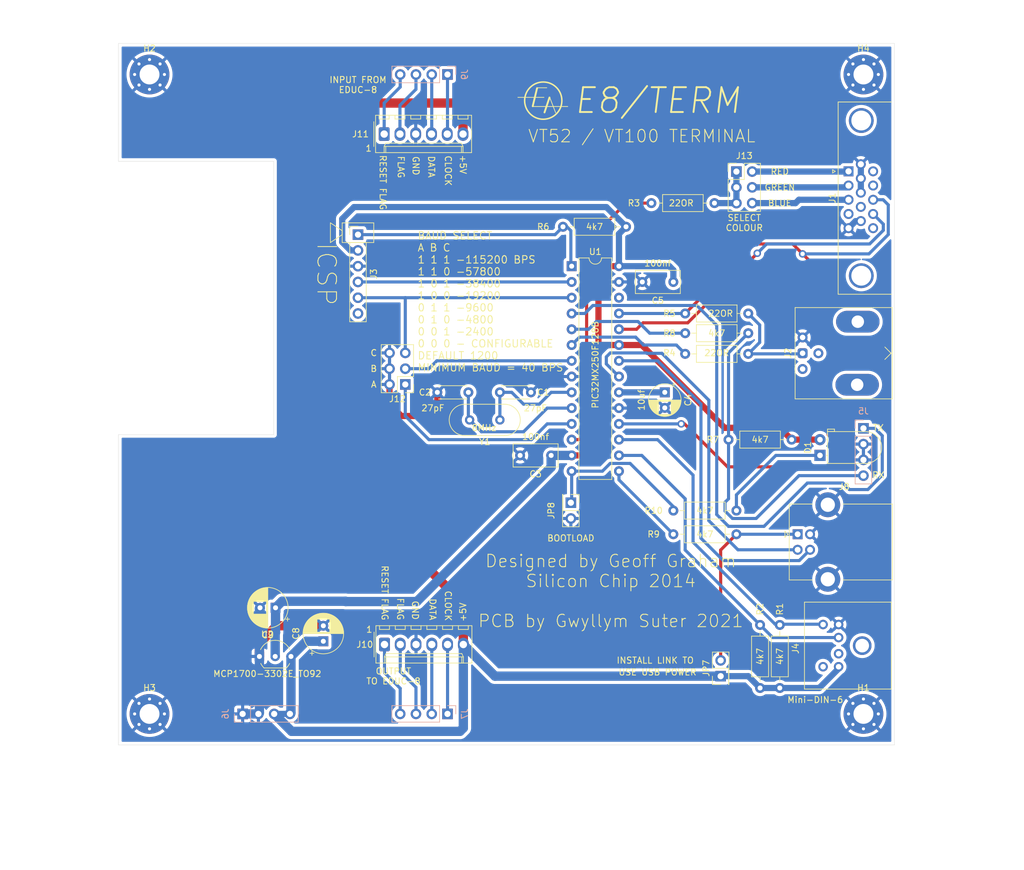
<source format=kicad_pcb>
(kicad_pcb (version 20211014) (generator pcbnew)
  (layers (0 "F.Cu" signal) (31 "B.Cu" signal) (34 "B.Paste" user) (35 "F.Paste" user) (36 "B.SilkS" user "B.Silkscreen") (37 "F.SilkS" user "F.Silkscreen") (38 "B.Mask" user) (39 "F.Mask" user) (44 "Edge.Cuts" user))
  (net 0 "")
  (net 1 "V_SYNC")
  (net 2 "H_SYNC")
  (net 7 "B")
  (net 9 "Net-(D1-Pad1)")
  (net 11 "+5V")
  (net 12 "GND")
  (net 14 "/BLUE")
  (net 15 "/GREEN")
  (net 16 "/RED")
  (net 17 "Net-(J2-Pad1)")
  (net 18 "VIDEO")
  (net 19 "C_VIDEO")
  (net 21 "C")
  (net 22 "PGD")
  (net 23 "+3V3")
  (net 24 "~{MCLR}")
  (net 25 "A")
  (net 26 "Net-(C1-Pad1)")
  (net 27 "Net-(C2-Pad1)")
  (net 28 "Net-(J5-Pad4)")
  (net 29 "RX")
  (net 30 "TX")
  (net 31 "Net-(C4-Pad1)")
  (net 32 "CLOCK")
  (net 33 "DATA")
  (net 34 "D+")
  (net 35 "D-")
  (net 36 "Net-(J8-Pad1)")
  (net 37 "Net-(JP8-Pad1)")
  (net 38 "VBUS")
  (net 39 "rst")
  (net 40 "flag")
  (net 41 "data")
  (net 42 "clock")
  (net 43 "I_rst")
  (net 44 "I_flag")
  (net 45 "I_data")
  (net 46 "I_clock")
  (net 48 "Net-(J13-Pad1)")
  (footprint "Connector_Dsub:DSUB-15-HD_Female_Horizontal_P2.29x1.98mm_EdgePinOffset3.03mm_Housed_MountingHolesOffset4.94mm" (layer "F.Cu") (at 147.6 40.6 90)
    (fp_text reference "J1")
    (fp_text value "DB15_Female_HighDensity")
  )
  (footprint "Altronics:6_pin_mini_din" (layer "F.Cu") (at 146 117 -90)
    (fp_text reference "J4")
    (fp_text value "Mini-DIN-6")
  )
  (footprint "Connector_Coaxial:BNC_Amphenol_031-6575_Horizontal" (layer "F.Cu") (at 140.2 69.9 -90)
    (fp_text reference "J2")
    (fp_text value "COMPOSITE OUT")
  )
  (footprint "Resistor_THT:R_Axial_DIN0207_L6.3mm_D2.5mm_P10.16mm_Horizontal" (layer "F.Cu") (at 136.525 113.665 -90)
    (fp_text reference "R1")
    (fp_text value "4k7")
  )
  (footprint "Resistor_THT:R_Axial_DIN0207_L6.3mm_D2.5mm_P10.16mm_Horizontal" (layer "F.Cu") (at 126 45.72 180)
    (fp_text reference "R3")
    (fp_text value "22OR")
  )
  (footprint "Resistor_THT:R_Axial_DIN0207_L6.3mm_D2.5mm_P10.16mm_Horizontal" (layer "F.Cu") (at 131.445 70 180)
    (fp_text reference "R4")
    (fp_text value "22OR")
  )
  (footprint "Resistor_THT:R_Axial_DIN0207_L6.3mm_D2.5mm_P10.16mm_Horizontal" (layer "F.Cu") (at 131.445 63.5 180)
    (fp_text reference "R5")
    (fp_text value "22OR")
  )
  (footprint "Package_DIP:DIP-28_W7.62mm" (layer "F.Cu") (at 103 55.88)
    (fp_text reference "U1")
    (fp_text value "PIC32MX250F128B")
  )
  (footprint "Connector_PinHeader_2.54mm:PinHeader_1x06_P2.54mm_Vertical" (layer "F.Cu") (at 68.58 50.8)
    (fp_text reference "J3")
    (fp_text value "ICSP")
  )
  (footprint "Resistor_THT:R_Axial_DIN0207_L6.3mm_D2.5mm_P10.16mm_Horizontal" (layer "F.Cu") (at 101.6 49.53)
    (fp_text reference "R6")
    (fp_text value "4k7")
  )
  (footprint "Capacitor_THT:C_Disc_D4.3mm_W1.9mm_P5.00mm" (layer "F.Cu") (at 91.44 76.2)
    (fp_text reference "C1")
    (fp_text value "27pF")
  )
  (footprint "Capacitor_THT:C_Disc_D4.3mm_W1.9mm_P5.00mm" (layer "F.Cu") (at 86.36 76.2 180)
    (fp_text reference "C2")
    (fp_text value "27pF")
  )
  (footprint "Resistor_THT:R_Axial_DIN0207_L6.3mm_D2.5mm_P10.16mm_Horizontal" (layer "F.Cu") (at 133.35 113.665 -90)
    (fp_text reference "R2")
    (fp_text value "4k7")
  )
  (footprint "Resistor_THT:R_Axial_DIN0207_L6.3mm_D2.5mm_P10.16mm_Horizontal" (layer "F.Cu") (at 128.27 83.82)
    (fp_text reference "R7")
    (fp_text value "4k7")
  )
  (footprint "Resistor_THT:R_Axial_DIN0207_L6.3mm_D2.5mm_P10.16mm_Horizontal" (layer "F.Cu") (at 121.285 66.675)
    (fp_text reference "R8")
    (fp_text value "4k7")
  )
  (footprint "Crystal:Crystal_HC49-4H_Vertical" (layer "F.Cu") (at 91.44 80.645 180)
    (fp_text reference "Y1")
    (fp_text value "8MHz")
  )
  (footprint "MountingHole:MountingHole_3.2mm_M3_Pad_Via" (layer "F.Cu") (at 150 128)
    (fp_text reference "H1")
    (fp_text value "M3")
  )
  (footprint "MountingHole:MountingHole_3.2mm_M3_Pad_Via" (layer "F.Cu") (at 35 25)
    (fp_text reference "H2")
    (fp_text value "M3")
  )
  (footprint "MountingHole:MountingHole_3.2mm_M3_Pad_Via" (layer "F.Cu") (at 150 25)
    (fp_text reference "H4")
    (fp_text value "M3")
  )
  (footprint "Capacitor_THT:C_Rect_L7.0mm_W3.5mm_P5.00mm" (layer "F.Cu") (at 99.695 86.36 180)
    (fp_text reference "C3")
    (fp_text value "100nf")
  )
  (footprint "Capacitor_THT:CP_Radial_D5.0mm_P2.50mm" (layer "F.Cu") (at 118 76.2 -90)
    (fp_text reference "C4")
    (fp_text value "10uf")
  )
  (footprint "Capacitor_THT:C_Rect_L7.0mm_W3.5mm_P5.00mm" (layer "F.Cu") (at 119.38 58.42 180)
    (fp_text reference "C5")
    (fp_text value "100nf")
  )
  (footprint "LED_THT:LED_D5.0mm_Horizontal_O1.27mm_Z3.0mm" (layer "F.Cu") (at 143 86.36 90)
    (fp_text reference "D1")
    (fp_text value "LED")
  )
  (footprint "Connector_USB:USB_B_Lumberg_2411_02_Horizontal" (layer "F.Cu") (at 139.4 99.06)
    (fp_text reference "J8")
    (fp_text value "USB_B")
  )
  (footprint "Connector_PinHeader_2.54mm:PinHeader_2x01_P2.54mm_Vertical" (layer "F.Cu") (at 127 121.92 90)
    (fp_text reference "JP7")
    (fp_text value "USE USB POWER")
  )
  (footprint "Connector_PinHeader_2.54mm:PinHeader_2x01_P2.54mm_Vertical" (layer "F.Cu") (at 102.87 93.98 -90)
    (fp_text reference "JP8")
    (fp_text value "BOOTLOAD")
  )
  (footprint "Resistor_THT:R_Axial_DIN0207_L6.3mm_D2.5mm_P10.16mm_Horizontal" (layer "F.Cu") (at 119.38 99.06)
    (fp_text reference "R9")
    (fp_text value "4k7")
  )
  (footprint "Resistor_THT:R_Axial_DIN0207_L6.3mm_D2.5mm_P10.16mm_Horizontal" (layer "F.Cu") (at 119.38 95.25)
    (fp_text reference "R10")
    (fp_text value "4k7")
  )
  (footprint "Package_TO_SOT_THT:TO-92_Inline_Wide" (layer "F.Cu") (at 52.705 118.745)
    (fp_text reference "U2")
    (fp_text value "MCP1700-3302E_TO92")
  )
  (footprint "Connector_Molex:Molex_KK-254_AE-6410-06A_1x06_P2.54mm_Vertical" (layer "F.Cu") (at 72.85 116.82)
    (fp_text reference "J10")
    (fp_text value "Conn_01x06_Male")
  )
  (footprint "Connector_Molex:Molex_KK-254_AE-6410-06A_1x06_P2.54mm_Vertical" (layer "F.Cu") (at 72.8 34.6)
    (fp_text reference "J11")
    (fp_text value "Conn_01x06_Male")
  )
  (footprint "EDUC-8:EA_Symbol" (layer "F.Cu") (at 98.425 29.21)
    (fp_text reference "REF**" hide)
    (fp_text value "EA_Symbol" hide)
  )
  (footprint "Capacitor_THT:CP_Radial_D6.3mm_P2.50mm" (layer "F.Cu") (at 63 116.3 90)
    (fp_text reference "C8")
    (fp_text value "10uF")
  )
  (footprint "Capacitor_THT:CP_Radial_D6.3mm_P2.50mm" (layer "F.Cu") (at 55.3 110.9 180)
    (fp_text reference "C9")
    (fp_text value "10uF")
  )
  (footprint "MountingHole:MountingHole_3.2mm_M3_Pad_Via" (layer "F.Cu") (at 35 128)
    (fp_text reference "H3")
    (fp_text value "M3")
  )
  (footprint "Connector_PinHeader_2.54mm:PinHeader_2x03_P2.54mm_Vertical" (layer "F.Cu") (at 76.2 74.93 180)
    (fp_text reference "J12")
    (fp_text value "Conn_02x03_Odd_Even" hide)
  )
  (footprint "Connector_PinHeader_2.54mm:PinHeader_2x03_P2.54mm_Vertical" (layer "F.Cu") (at 129.54 40.64)
    (fp_text reference "J13")
    (fp_text value "Conn_02x03_Odd_Even")
  )
  (footprint "Connector_PinSocket_2.54mm:PinSocket_1x04_P2.54mm_Vertical" (layer "B.Cu") (at 150 82 180)
    (fp_text reference "J5")
    (fp_text value "Conn_01x04_Female")
  )
  (footprint "Connector_PinSocket_2.54mm:PinSocket_1x04_P2.54mm_Vertical" (layer "B.Cu") (at 50 128 -90)
    (fp_text reference "J6")
    (fp_text value "Conn_01x04_Female")
  )
  (footprint "Connector_PinSocket_2.54mm:PinSocket_1x04_P2.54mm_Vertical" (layer "B.Cu") (at 83 128 90)
    (fp_text reference "J7")
    (fp_text value "Conn_01x04_Female")
  )
  (footprint "Connector_PinSocket_2.54mm:PinSocket_1x04_P2.54mm_Vertical" (layer "B.Cu") (at 83 25 90)
    (fp_text reference "J9")
    (fp_text value "Conn_01x04_Female" hide)
  )
  (gr_line (start 66.04 52.07) (end 66.04 48.895) (layer "F.SilkS") (width 0.12))
  (gr_line (start 66.04 50.8) (end 66.04 50.165) (layer "F.SilkS") (width 0.12))
  (gr_line (start 64.135 52.07) (end 66.04 50.8) (layer "F.SilkS") (width 0.12))
  (gr_line (start 66.04 50.165) (end 64.135 48.895) (layer "F.SilkS") (width 0.12))
  (gr_line (start 66.04 48.895) (end 71.12 48.895) (layer "F.SilkS") (width 0.12))
  (gr_line (start 71.12 52.07) (end 66.04 52.07) (layer "F.SilkS") (width 0.12))
  (gr_line (start 71.12 48.895) (end 71.12 52.07) (layer "F.SilkS") (width 0.12))
  (gr_line (start 64.135 48.895) (end 64.135 52.07) (layer "F.SilkS") (width 0.12))
  (gr_line (start 30 33) (end 30 20) (layer "Edge.Cuts") (width 0.05))
  (gr_line (start 55 39) (end 55 83) (layer "Edge.Cuts") (width 0.05))
  (gr_line (start 30 83) (end 55 83) (layer "Edge.Cuts") (width 0.05))
  (gr_line (start 155 133) (end 30 133) (layer "Edge.Cuts") (width 0.05))
  (gr_line (start 155 20) (end 155 133) (layer "Edge.Cuts") (width 0.05))
  (gr_line (start 30 133) (end 30 83) (layer "Edge.Cuts") (width 0.05))
  (gr_line (start 30 33) (end 30 39) (layer "Edge.Cuts") (width 0.05))
  (gr_line (start 30 20) (end 155 20) (layer "Edge.Cuts") (width 0.05))
  (gr_line (start 30 39) (end 55 39) (layer "Edge.Cuts") (width 0.05))
  (gr_text "Designed by Geoff Graham\nSilicon Chip 2014\n\nPCB by Gwyllym Suter 2021" (at 109.3 108.2) (layer "F.SilkS") (effects (font (size 2 2))))
  (gr_text "FLAG" (at 75.5 39.9 270) (layer "F.SilkS") (effects (font (size 1 1))))
  (gr_text "CLOCK\n" (at 83.1 110.6 270) (layer "F.SilkS") (effects (font (size 1 1))))
  (gr_text "TX" (at 152.4 81.915) (layer "F.SilkS") (effects (font (size 1 1))))
  (gr_text "GND" (at 77.8 111.3 270) (layer "F.SilkS") (effects (font (size 1 1))))
  (gr_text "DATA\n" (at 80.6 113 -90) (layer "F.SilkS") (effects (font (size 1 1)) (justify right)))
  (gr_text "RED" (at 136.525 40.64) (layer "F.SilkS") (effects (font (size 1 1))))
  (gr_text "A" (at 71.12 74.93) (layer "F.SilkS") (effects (font (size 1 1))))
  (gr_text "B" (at 71.12 72.39) (layer "F.SilkS") (effects (font (size 1 1))))
  (gr_text "RESET FLAG\n" (at 72.6 42.4 270) (layer "F.SilkS") (effects (font (size 1 1))))
  (gr_text "BLUE" (at 136.525 45.72) (layer "F.SilkS") (effects (font (size 1 1))))
  (gr_text "1" (at 70.3 36.9) (layer "F.SilkS") (effects (font (size 1 1))))
  (gr_text "VT52 / VT100 TERMINAL" (at 114.3 34.925) (layer "F.SilkS") (effects (font (size 2 2))))
  (gr_text "INPUT FROM\nEDUC-8" (at 68.58 26.67) (layer "F.SilkS") (effects (font (size 1 1))))
  (gr_text "+5V" (at 85.5 39.5 270) (layer "F.SilkS") (effects (font (size 1 1))))
  (gr_text "E8/TERM" (at 116.84 29.21) (layer "F.SilkS") (effects (font (size 4 4) (thickness 0.3) italic)))
  (gr_text "ICSP" (at 63.5 57.15 -90) (layer "F.SilkS") (effects (font (size 3 3))))
  (gr_text "GND" (at 77.9 39.7 270) (layer "F.SilkS") (effects (font (size 1 1))))
  (gr_text "GREEN" (at 136.525 43.18) (layer "F.SilkS") (effects (font (size 1 1))))
  (gr_text "DATA\n" (at 80.4 41.7 -90) (layer "F.SilkS") (effects (font (size 1 1)) (justify right)))
  (gr_text "RX" (at 152.4 89.535) (layer "F.SilkS") (effects (font (size 1 1))))
  (gr_text "SELECT\nCOLOUR" (at 130.81 48.895) (layer "F.SilkS") (effects (font (size 1 1))))
  (gr_text "1" (at 70.4 114.4) (layer "F.SilkS") (effects (font (size 1 1))))
  (gr_text "INSTALL LINK TO " (at 116.84 119.38) (layer "F.SilkS") (effects (font (size 1 1))))
  (gr_text "CLOCK\n" (at 83.1 40.5 270) (layer "F.SilkS") (effects (font (size 1 1))))
  (gr_text "RESET FLAG\n" (at 72.9 108.5 270) (layer "F.SilkS") (effects (font (size 1 1))))
  (gr_text "C" (at 71.12 69.85) (layer "F.SilkS") (effects (font (size 1 1))))
  (gr_text "FLAG" (at 75.4 111.1 270) (layer "F.SilkS") (effects (font (size 1 1))))
  (gr_text "BAUD SELECT\nA B C\n1 1 1 -115200 BPS\n1 1 0 -57800\n1 0 1 -38400\n1 0 0 -19200\n0 1 1 -9600\n0 1 0 -4800\n0 0 1 -2400\n0 0 0 - CONFIGURABLE\nDEFAULT 1200\nMINIMUM BAUD = 40 BPS\n" (at 78.105 61.595) (layer "F.SilkS") (effects (font (size 1.2 1.2)) (justify left)))
  (gr_text "OUTPUT\nTO EDUC-8" (at 74.295 121.92) (layer "F.SilkS") (effects (font (size 1 1))))
  (gr_text "+5V" (at 85.5 111.6 90) (layer "F.SilkS") (effects (font (size 1 1))))
  (segment (start 121.7 65) (end 132.9 53.8) (width 0.5) (layer "F.Cu") (net 1))
  (segment (start 114.5 65) (end 121.7 65) (width 0.5) (layer "F.Cu") (net 1))
  (segment (start 113.46 66.04) (end 114.5 65) (width 0.5) (layer "F.Cu") (net 1))
  (segment (start 110.62 66.04) (end 113.46 66.04) (width 0.5) (layer "F.Cu") (net 1))
  (via (at 132.9 53.8) (size 1.2) (drill 0.7) (layers "F.Cu" "B.Cu") (net 1))
  (segment (start 151 52.3) (end 134.4 52.3) (width 0.5) (layer "B.Cu") (net 1))
  (segment (start 134.4 52.3) (end 132.9 53.8) (width 0.5) (layer "B.Cu") (net 1))
  (segment (start 153.2 49.11) (end 153.2 50.1) (width 0.5) (layer "B.Cu") (net 1))
  (segment (start 153.2 50.1) (end 151 52.3) (width 0.5) (layer "B.Cu") (net 1))
  (segment (start 151.56 47.47) (end 153.2 49.11) (width 0.5) (layer "B.Cu") (net 1))
  (segment (start 132.485 52.3) (end 138.6 52.3) (width 0.5) (layer "F.Cu") (net 2))
  (segment (start 138.6 52.3) (end 140.2 53.9) (width 0.5) (layer "F.Cu") (net 2))
  (segment (start 121.18 81.28) (end 128.1 88.2) (width 0.5) (layer "F.Cu") (net 2))
  (segment (start 144.3 58) (end 140.2 53.9) (width 0.5) (layer "F.Cu") (net 2))
  (segment (start 120.65 81.28) (end 121.18 81.28) (width 0.5) (layer "F.Cu") (net 2))
  (segment (start 128.1 88.2) (end 144.5 88.2) (width 0.5) (layer "F.Cu") (net 2))
  (segment (start 144.3 83) (end 144.3 58) (width 0.5) (layer "F.Cu") (net 2))
  (segment (start 145.5 84.2) (end 144.3 83) (width 0.5) (layer "F.Cu") (net 2))
  (segment (start 121.285 63.5) (end 132.485 52.3) (width 0.5) (layer "F.Cu") (net 2))
  (segment (start 144.5 88.2) (end 145.5 87.2) (width 0.5) (layer "F.Cu") (net 2))
  (segment (start 145.5 87.2) (end 145.5 84.2) (width 0.5) (layer "F.Cu") (net 2))
  (via (at 120.65 81.28) (size 1.2) (drill 0.7) (layers "F.Cu" "B.Cu") (net 2))
  (via (at 140.2 53.9) (size 1.2) (drill 0.7) (layers "F.Cu" "B.Cu") (net 2))
  (segment (start 150.88927 53.9) (end 140.2 53.9) (width 0.5) (layer "B.Cu") (net 2))
  (segment (start 154 46) (end 154 50.78927) (width 0.5) (layer "B.Cu") (net 2))
  (segment (start 110.62 63.5) (end 121.285 63.5) (width 0.5) (layer "B.Cu") (net 2))
  (segment (start 120.65 81.28) (end 110.62 81.28) (width 0.5) (layer "B.Cu") (net 2))
  (segment (start 154 50.78927) (end 150.88927 53.9) (width 0.5) (layer "B.Cu") (net 2))
  (segment (start 153.18 45.18) (end 154 46) (width 0.5) (layer "B.Cu") (net 2))
  (segment (start 151.56 45.18) (end 153.18 45.18) (width 0.5) (layer "B.Cu") (net 2))
  (segment (start 80.01 72.39) (end 76.835 72.39) (width 0.5) (layer "B.Cu") (net 7))
  (segment (start 76.835 72.39) (end 76.2 73.025) (width 0.5) (layer "B.Cu") (net 7))
  (segment (start 103 71.12) (end 81.28 71.12) (width 0.5) (layer "B.Cu") (net 7))
  (segment (start 81.28 71.12) (end 80.01 72.39) (width 0.5) (layer "B.Cu") (net 7))
  (segment (start 129.54 92.71) (end 129.54 95.25) (width 0.5) (layer "B.Cu") (net 9))
  (segment (start 143 86.36) (end 135.89 86.36) (width 0.5) (layer "B.Cu") (net 9))
  (segment (start 135.89 86.36) (end 129.54 92.71) (width 0.5) (layer "B.Cu") (net 9))
  (segment (start 85.55 110.25) (end 85.55 116.82) (width 1.5) (layer "F.Cu") (net 11))
  (segment (start 63.2 87.9) (end 85.55 110.25) (width 1.5) (layer "F.Cu") (net 11))
  (segment (start 85.5 34.6) (end 85.5 30) (width 1.5) (layer "F.Cu") (net 11))
  (segment (start 85.1 29.6) (end 68.8 29.6) (width 1.5) (layer "F.Cu") (net 11))
  (segment (start 68.8 29.6) (end 63.2 35.2) (width 1.5) (layer "F.Cu") (net 11))
  (segment (start 63.2 35.2) (end 63.2 87.9) (width 1.5) (layer "F.Cu") (net 11))
  (segment (start 85.5 30) (end 85.1 29.6) (width 1.5) (layer "F.Cu") (net 11))
  (segment (start 146 120.7) (end 146 120.45) (width 1) (layer "B.Cu") (net 11))
  (segment (start 127 121.92) (end 131.445 121.92) (width 1) (layer "B.Cu") (net 11))
  (segment (start 85.55 116.82) (end 85.55 130.27) (width 1.5) (layer "B.Cu") (net 11))
  (segment (start 57.699511 127.920489) (end 57.785 127.835) (width 1.5) (layer "B.Cu") (net 11))
  (segment (start 63 116.3) (end 60.23 116.3) (width 1.5) (layer "B.Cu") (net 11))
  (segment (start 90.65 121.92) (end 127 121.92) (width 1.5) (layer "B.Cu") (net 11))
  (segment (start 55.08 128) (end 57.62 128) (width 1) (layer "B.Cu") (net 11))
  (segment (start 142.875 123.825) (end 146 120.7) (width 1) (layer "B.Cu") (net 11))
  (segment (start 57.785 127.835) (end 57.785 118.745) (width 1.5) (layer "B.Cu") (net 11))
  (segment (start 85.55 116.82) (end 90.65 121.92) (width 1.5) (layer "B.Cu") (net 11))
  (segment (start 55.08 128) (end 57.89 130.81) (width 1.5) (layer "B.Cu") (net 11))
  (segment (start 136.525 123.825) (end 142.875 123.825) (width 1) (layer "B.Cu") (net 11))
  (segment (start 57.89 130.81) (end 85.01 130.81) (width 1.5) (layer "B.Cu") (net 11))
  (segment (start 85.55 130.27) (end 85.01 130.81) (width 1.5) (layer "B.Cu") (net 11))
  (segment (start 133.35 123.825) (end 136.525 123.825) (width 1) (layer "B.Cu") (net 11))
  (segment (start 131.445 121.92) (end 133.35 123.825) (width 1) (layer "B.Cu") (net 11))
  (segment (start 60.23 116.3) (end 57.785 118.745) (width 1.5) (layer "B.Cu") (net 11))
  (segment (start 81.36 78.66) (end 80.01 80.01) (width 1) (layer "F.Cu") (net 12))
  (segment (start 73.66 78.105) (end 73.66 74.93) (width 1) (layer "F.Cu") (net 12))
  (segment (start 55.5 113.8) (end 63 113.8) (width 1.5) (layer "F.Cu") (net 12))
  (segment (start 80.01 80.01) (end 75.565 80.01) (width 1) (layer "F.Cu") (net 12))
  (segment (start 75.565 80.01) (end 73.66 78.105) (width 1) (layer "F.Cu") (net 12))
  (segment (start 52.705 118.745) (end 52.705 116.595) (width 1.5) (layer "F.Cu") (net 12))
  (segment (start 52.705 116.595) (end 55.5 113.8) (width 1.5) (layer "F.Cu") (net 12))
  (segment (start 77.93 116.561811) (end 77.93 116.82) (width 1.5) (layer "F.Cu") (net 12))
  (segment (start 81.36 76.2) (end 81.36 78.66) (width 1) (layer "F.Cu") (net 12))
  (segment (start 52.705 118.745) (end 52.705 110.995) (width 1.5) (layer "B.Cu") (net 12))
  (segment (start 52.54 128) (end 50 128) (width 1.5) (layer "B.Cu") (net 12))
  (segment (start 52.705 110.995) (end 52.8 110.9) (width 1.5) (layer "B.Cu") (net 12))
  (segment (start 149.58 39.455) (end 149.58 44.035) (width 1) (layer "B.Cu") (net 12))
  (segment (start 149.58 48.615) (end 148.745 48.615) (width 1) (layer "B.Cu") (net 12))
  (segment (start 52.705 127.835) (end 52.54 128) (width 1.5) (layer "B.Cu") (net 12))
  (segment (start 52.705 118.745) (end 52.705 127.835) (width 1.5) (layer "B.Cu") (net 12))
  (segment (start 117.96 78.74) (end 118 78.7) (width 1) (layer "B.Cu") (net 12))
  (segment (start 148.745 48.615) (end 147.6 49.76) (width 1) (layer "B.Cu") (net 12))
  (segment (start 52.54 123.355) (end 52.54 128) (width 1) (layer "B.Cu") (net 12))
  (segment (start 139.065 45.72) (end 139.605 45.18) (width 1) (layer "B.Cu") (net 14))
  (segment (start 132.08 45.72) (end 139.065 45.72) (width 1) (layer "B.Cu") (net 14))
  (segment (start 139.605 45.18) (end 147.6 45.18) (width 1) (layer "B.Cu") (net 14))
  (segment (start 132.08 43.18) (end 147.31 43.18) (width 1) (layer "B.Cu") (net 15))
  (segment (start 147.31 43.18) (end 147.6 42.89) (width 1) (layer "B.Cu") (net 15))
  (segment (start 132.08 40.64) (end 147.56 40.64) (width 1) (layer "B.Cu") (net 16))
  (segment (start 147.56 40.64) (end 147.6 40.6) (width 1) (layer "B.Cu") (net 16))
  (segment (start 131.445 70) (end 133.284989 68.160011) (width 0.5) (layer "B.Cu") (net 17))
  (segment (start 131.445 70) (end 140.1 70) (width 0.5) (layer "B.Cu") (net 17))
  (segment (start 140.1 70) (end 140.2 69.9) (width 0.5) (layer "B.Cu") (net 17))
  (segment (start 133.284989 68.160011) (end 133.284989 65.339989) (width 0.5) (layer "B.Cu") (net 17))
  (segment (start 133.284989 65.339989) (end 131.445 63.5) (width 0.5) (layer "B.Cu") (net 17))
  (segment (start 104.14 83.82) (end 105.41 82.55) (width 0.5) (layer "F.Cu") (net 18))
  (segment (start 103 83.82) (end 104.14 83.82) (width 0.5) (layer "F.Cu") (net 18))
  (segment (start 105.41 82.55) (end 105.41 52.07) (width 0.5) (layer "F.Cu") (net 18))
  (segment (start 105.41 52.07) (end 111.76 45.72) (width 0.5) (layer "F.Cu") (net 18))
  (segment (start 111.76 45.72) (end 115.84 45.72) (width 0.5) (layer "F.Cu") (net 18))
  (segment (start 121.285 70) (end 119.865 68.58) (width 0.5) (layer "B.Cu") (net 19))
  (segment (start 114.580036 68.58) (end 113.310036 67.31) (width 0.5) (layer "B.Cu") (net 19))
  (segment (start 119.865 68.58) (end 114.580036 68.58) (width 0.5) (layer "B.Cu") (net 19))
  (segment (start 113.310036 67.31) (end 104.27 67.31) (width 0.5) (layer "B.Cu") (net 19))
  (segment (start 103.799999 67.780001) (end 103 68.58) (width 0.5) (layer "B.Cu") (net 19))
  (segment (start 104.27 67.31) (end 103.799999 67.780001) (width 0.5) (layer "B.Cu") (net 19))
  (segment (start 76.2 69.85) (end 76.2 60.96) (width 0.5) (layer "B.Cu") (net 21))
  (segment (start 76.2 60.96) (end 103 60.96) (width 0.5) (layer "B.Cu") (net 21))
  (segment (start 68.58 60.96) (end 76.2 60.96) (width 0.5) (layer "B.Cu") (net 21))
  (segment (start 68.58 58.42) (end 103 58.42) (width 0.5) (layer "B.Cu") (net 22))
  (segment (start 114.3 68.58) (end 127.635 81.915) (width 1) (layer "F.Cu") (net 23))
  (segment (start 110.62 68.58) (end 114.3 68.58) (width 1) (layer "F.Cu") (net 23))
  (segment (start 110.62 55.88) (end 107.95 55.88) (width 1) (layer "F.Cu") (net 23))
  (segment (start 107.95 68.58) (end 110.62 68.58) (width 1) (layer "F.Cu") (net 23))
  (segment (start 136.525 81.915) (end 138.43 83.82) (width 1) (layer "F.Cu") (net 23))
  (segment (start 104.775 86.36) (end 107.315 83.82) (width 1) (layer "F.Cu") (net 23))
  (segment (start 138.43 83.82) (end 143 83.82) (width 1) (layer "F.Cu") (net 23))
  (segment (start 107.95 55.88) (end 107.315 56.515) (width 1) (layer "F.Cu") (net 23))
  (segment (start 107.315 56.515) (end 107.315 69.215) (width 1) (layer "F.Cu") (net 23))
  (segment (start 127.635 81.915) (end 136.525 81.915) (width 1) (layer "F.Cu") (net 23))
  (segment (start 107.315 69.215) (end 107.95 68.58) (width 1) (layer "F.Cu") (net 23))
  (segment (start 103 86.36) (end 104.775 86.36) (width 1) (layer "F.Cu") (net 23))
  (segment (start 107.315 83.82) (end 107.315 69.215) (width 1) (layer "F.Cu") (net 23))
  (segment (start 55.245 118.745) (end 55.245 114.935) (width 1.5) (layer "B.Cu") (net 23))
  (segment (start 78.06 109.9) (end 99.695 88.265) (width 1.5) (layer "B.Cu") (net 23))
  (segment (start 110.62 55.88) (end 110.62 50.67) (width 1) (layer "B.Cu") (net 23))
  (segment (start 56.345 109.855) (end 66.555 109.855) (width 1.5) (layer "B.Cu") (net 23))
  (segment (start 67.945 46.355) (end 66.04 48.26) (width 1) (layer "B.Cu") (net 23))
  (segment (start 55.3 110.9) (end 56.345 109.855) (width 1.5) (layer "B.Cu") (net 23))
  (segment (start 110.62 55.88) (end 118.745 55.88) (width 1) (layer "B.Cu") (net 23))
  (segment (start 67.377919 53.34) (end 68.58 53.34) (width 1) (layer "B.Cu") (net 23))
  (segment (start 108.585 46.355) (end 67.945 46.355) (width 1) (layer "B.Cu") (net 23))
  (segment (start 99.695 88.265) (end 99.695 86.36) (width 1.5) (layer "B.Cu") (net 23))
  (segment (start 119.38 56.515) (end 119.38 58.42) (width 1) (layer "B.Cu") (net 23))
  (segment (start 66.04 52.002081) (end 67.377919 53.34) (width 1) (layer "B.Cu") (net 23))
  (segment (start 66.04 48.26) (end 66.04 52.002081) (width 1) (layer "B.Cu") (net 23))
  (segment (start 99.695 86.36) (end 103 86.36) (width 1.5) (layer "B.Cu") (net 23))
  (segment (start 66.6 109.9) (end 78.06 109.9) (width 1.5) (layer "B.Cu") (net 23))
  (segment (start 66.555 109.855) (end 66.6 109.9) (width 1.5) (layer "B.Cu") (net 23))
  (segment (start 110.62 50.67) (end 111.76 49.53) (width 1) (layer "B.Cu") (net 23))
  (segment (start 118.745 55.88) (end 119.38 56.515) (width 1) (layer "B.Cu") (net 23))
  (segment (start 111.76 49.53) (end 108.585 46.355) (width 1) (layer "B.Cu") (net 23))
  (segment (start 55.3 114.88) (end 55.3 110.9) (width 1.5) (layer "B.Cu") (net 23))
  (segment (start 55.245 114.935) (end 55.3 114.88) (width 1.5) (layer "B.Cu") (net 23))
  (segment (start 100.33 50.8) (end 101.6 49.53) (width 0.5) (layer "B.Cu") (net 24))
  (segment (start 102.235 49.53) (end 102.87 50.165) (width 0.5) (layer "B.Cu") (net 24))
  (segment (start 102.87 55.75) (end 103 55.88) (width 0.5) (layer "B.Cu") (net 24))
  (segment (start 101.6 49.53) (end 102.235 49.53) (width 0.5) (layer "B.Cu") (net 24))
  (segment (start 68.58 50.8) (end 100.33 50.8) (width 0.5) (layer "B.Cu") (net 24))
  (segment (start 102.87 50.165) (end 102.87 55.75) (width 0.5) (layer "B.Cu") (net 24))
  (segment (start 99.06 81.28) (end 103 81.28) (width 0.5) (layer "B.Cu") (net 25))
  (segment (start 76.2 74.93) (end 76.2 80.01) (width 0.5) (layer "B.Cu") (net 25))
  (segment (start 96.52 83.82) (end 99.06 81.28) (width 0.5) (layer "B.Cu") (net 25))
  (segment (start 80.01 83.82) (end 96.52 83.82) (width 0.5) (layer "B.Cu") (net 25))
  (segment (start 76.2 80.01) (end 80.01 83.82) (width 0.5) (layer "B.Cu") (net 25))
  (segment (start 99.695 76.2) (end 97.79 78.105) (width 0.5) (layer "B.Cu") (net 26))
  (segment (start 103 76.2) (end 99.695 76.2) (width 0.5) (layer "B.Cu") (net 26))
  (segment (start 97.79 78.105) (end 95.25 78.105) (width 0.5) (layer "B.Cu") (net 26))
  (segment (start 93.345 76.2) (end 91.44 76.2) (width 0.5) (layer "B.Cu") (net 26))
  (segment (start 95.25 78.105) (end 93.345 76.2) (width 0.5) (layer "B.Cu") (net 26))
  (segment (start 91.44 76.2) (end 91.44 80.645) (width 0.5) (layer "B.Cu") (net 26))
  (segment (start 99.06 78.74) (end 95.25 82.55) (width 0.5) (layer "B.Cu") (net 27))
  (segment (start 95.25 82.55) (end 88.465 82.55) (width 0.5) (layer "B.Cu") (net 27))
  (segment (start 103 78.74) (end 99.06 78.74) (width 0.5) (layer "B.Cu") (net 27))
  (segment (start 86.36 80.445) (end 86.56 80.645) (width 0.5) (layer "B.Cu") (net 27))
  (segment (start 88.465 82.55) (end 86.56 80.645) (width 0.5) (layer "B.Cu") (net 27))
  (segment (start 86.36 76.2) (end 86.36 80.445) (width 0.5) (layer "B.Cu") (net 27))
  (segment (start 128.27 93.345) (end 128.27 83.82) (width 0.5) (layer "B.Cu") (net 28))
  (segment (start 139.615 89.62) (end 132.715 96.52) (width 0.5) (layer "B.Cu") (net 28))
  (segment (start 128.27 69.85) (end 128.27 83.82) (width 0.5) (layer "B.Cu") (net 28))
  (segment (start 150 89.62) (end 139.615 89.62) (width 0.5) (layer "B.Cu") (net 28))
  (segment (start 128.905 96.52) (end 127.700011 95.315011) (width 0.5) (layer "B.Cu") (net 28))
  (segment (start 131.445 66.675) (end 128.27 69.85) (width 0.5) (layer "B.Cu") (net 28))
  (segment (start 127.700011 93.914989) (end 128.27 93.345) (width 0.5) (layer "B.Cu") (net 28))
  (segment (start 127.700011 95.315011) (end 127.700011 93.914989) (width 0.5) (layer "B.Cu") (net 28))
  (segment (start 132.715 96.52) (end 128.905 96.52) (width 0.5) (layer "B.Cu") (net 28))
  (segment (start 106.977501 64.789999) (end 113.684999 64.789999) (width 0.5) (layer "B.Cu") (net 29))
  (segment (start 105.7275 66.04) (end 106.977501 64.789999) (width 0.5) (layer "B.Cu") (net 29))
  (segment (start 115.57 66.675) (end 121.285 66.675) (width 0.5) (layer "B.Cu") (net 29))
  (segment (start 113.684999 64.789999) (end 115.57 66.675) (width 0.5) (layer "B.Cu") (net 29))
  (segment (start 103 66.04) (end 105.7275 66.04) (width 0.5) (layer "B.Cu") (net 29))
  (segment (start 126.365 95.885) (end 126.365 65.405) (width 0.5) (layer "B.Cu") (net 30))
  (segment (start 150.710001 91.859999) (end 147.739999 91.859999) (width 0.5) (layer "B.Cu") (net 30))
  (segment (start 146.685 90.805) (end 140.97 90.805) (width 0.5) (layer "B.Cu") (net 30))
  (segment (start 140.97 90.805) (end 133.985 97.79) (width 0.5) (layer "B.Cu") (net 30))
  (segment (start 123.170001 62.210001) (end 106.419963 62.210001) (width 0.5) (layer "B.Cu") (net 30))
  (segment (start 150 82) (end 151.85 82) (width 0.5) (layer "B.Cu") (net 30))
  (segment (start 106.419963 62.210001) (end 105.129964 63.5) (width 0.5) (layer "B.Cu") (net 30))
  (segment (start 153.035 89.535) (end 150.710001 91.859999) (width 0.5) (layer "B.Cu") (net 30))
  (segment (start 105.129964 63.5) (end 103 63.5) (width 0.5) (layer "B.Cu") (net 30))
  (segment (start 147.739999 91.859999) (end 146.685 90.805) (width 0.5) (layer "B.Cu") (net 30))
  (segment (start 133.985 97.79) (end 128.27 97.79) (width 0.5) (layer "B.Cu") (net 30))
  (segment (start 128.27 97.79) (end 126.365 95.885) (width 0.5) (layer "B.Cu") (net 30))
  (segment (start 153.035 83.185) (end 153.035 89.535) (width 0.5) (layer "B.Cu") (net 30))
  (segment (start 151.85 82) (end 153.035 83.185) (width 0.5) (layer "B.Cu") (net 30))
  (segment (start 126.365 65.405) (end 123.170001 62.210001) (width 0.5) (layer "B.Cu") (net 30))
  (segment (start 110.62 76.2) (end 118 76.2) (width 1) (layer "B.Cu") (net 31))
  (segment (start 122.555 100.33) (end 122.555 89.535) (width 0.5) (layer "B.Cu") (net 32))
  (segment (start 110.62 83.82) (end 116.84 83.82) (width 0.5) (layer "B.Cu") (net 32))
  (segment (start 122.555 89.535) (end 116.84 83.82) (width 0.5) (layer "B.Cu") (net 32))
  (segment (start 135.775 113.55) (end 122.555 100.33) (width 0.5) (layer "B.Cu") (net 32))
  (segment (start 143.5 113.55) (end 135.775 113.55) (width 0.5) (layer "B.Cu") (net 32))
  (segment (start 121.285 93.345) (end 114.3 86.36) (width 0.5) (layer "B.Cu") (net 33))
  (segment (start 146 115.7) (end 135.385 115.7) (width 0.5) (layer "B.Cu") (net 33))
  (segment (start 114.3 86.36) (end 110.62 86.36) (width 0.5) (layer "B.Cu") (net 33))
  (segment (start 121.285 101.6) (end 121.285 93.345) (width 0.5) (layer "B.Cu") (net 33))
  (segment (start 135.385 115.7) (end 121.285 101.6) (width 0.5) (layer "B.Cu") (net 33))
  (segment (start 123.825 78.105) (end 116.84 71.12) (width 0.5) (layer "B.Cu") (net 34))
  (segment (start 123.825 99.695) (end 123.825 78.105) (width 0.5) (layer "B.Cu") (net 34))
  (segment (start 139.66 103.3) (end 127.43 103.3) (width 0.5) (layer "B.Cu") (net 34))
  (segment (start 141.4 101.56) (end 139.66 103.3) (width 0.5) (layer "B.Cu") (net 34))
  (segment (start 127.43 103.3) (end 123.825 99.695) (width 0.5) (layer "B.Cu") (net 34))
  (segment (start 116.84 71.12) (end 110.62 71.12) (width 0.5) (layer "B.Cu") (net 34))
  (segment (start 125.095 96.874964) (end 125.095 77.47) (width 0.5) (layer "B.Cu") (net 35))
  (segment (start 115.102564 69.915011) (end 115.037553 69.85) (width 0.5) (layer "B.Cu") (net 35))
  (segment (start 129.780036 101.56) (end 125.095 96.874964) (width 0.5) (layer "B.Cu") (net 35))
  (segment (start 117.540011 69.915011) (end 115.102564 69.915011) (width 0.5) (layer "B.Cu") (net 35))
  (segment (start 109.22 69.85) (end 108.585 70.485) (width 0.5) (layer "B.Cu") (net 35))
  (segment (start 108.585 71.625) (end 110.62 73.66) (width 0.5) (layer "B.Cu") (net 35))
  (segment (start 139.4 101.56) (end 129.780036 101.56) (width 0.5) (layer "B.Cu") (net 35))
  (segment (start 108.585 70.485) (end 108.585 71.625) (width 0.5) (layer "B.Cu") (net 35))
  (segment (start 125.095 77.47) (end 117.540011 69.915011) (width 0.5) (layer "B.Cu") (net 35))
  (segment (start 115.037553 69.85) (end 109.22 69.85) (width 0.5) (layer "B.Cu") (net 35))
  (segment (start 127 101.6) (end 129.54 99.06) (width 0.5) (layer "F.Cu") (net 36))
  (segment (start 127 119.38) (end 127 101.6) (width 0.5) (layer "F.Cu") (net 36))
  (segment (start 139.4 99.06) (end 129.54 99.06) (width 0.5) (layer "B.Cu") (net 36))
  (segment (start 109.200001 87.649999) (end 112.414999 87.649999) (width 0.5) (layer "B.Cu") (net 37))
  (segment (start 103 88.9) (end 107.95 88.9) (width 0.5) (layer "B.Cu") (net 37))
  (segment (start 112.414999 87.649999) (end 119.38 94.615) (width 0.5) (layer "B.Cu") (net 37))
  (segment (start 103 88.9) (end 103 93.85) (width 0.5) (layer "B.Cu") (net 37))
  (segment (start 107.95 88.9) (end 109.200001 87.649999) (width 0.5) (layer "B.Cu") (net 37))
  (segment (start 119.38 94.615) (end 119.38 95.25) (width 0.5) (layer "B.Cu") (net 37))
  (segment (start 103 93.85) (end 102.87 93.98) (width 0.5) (layer "B.Cu") (net 37))
  (segment (start 110.62 88.9) (end 110.62 90.3) (width 0.5) (layer "B.Cu") (net 38))
  (segment (start 110.62 90.3) (end 119.38 99.06) (width 0.5) (layer "B.Cu") (net 38))
  (segment (start 75.38 27.02) (end 72.8 29.6) (width 0.5) (layer "B.Cu") (net 39))
  (segment (start 72.8 29.6) (end 72.8 34.6) (width 0.5) (layer "B.Cu") (net 39))
  (segment (start 75.38 25) (end 75.38 27.02) (width 0.5) (layer "B.Cu") (net 39))
  (segment (start 77.92 25) (end 77.92 27.38) (width 0.5) (layer "B.Cu") (net 40))
  (segment (start 77.92 27.38) (end 75.34 29.96) (width 0.5) (layer "B.Cu") (net 40))
  (segment (start 75.34 29.96) (end 75.34 34.6) (width 0.5) (layer "B.Cu") (net 40))
  (segment (start 80.46 34.56) (end 80.42 34.6) (width 0.5) (layer "B.Cu") (net 41))
  (segment (start 80.46 25) (end 80.46 34.56) (width 0.5) (layer "B.Cu") (net 41))
  (segment (start 83 25) (end 83 34.56) (width 0.5) (layer "B.Cu") (net 42))
  (segment (start 83 34.56) (end 82.96 34.6) (width 0.5) (layer "B.Cu") (net 42))
  (segment (start 75.38 123.88) (end 75.38 128) (width 0.5) (layer "B.Cu") (net 43))
  (segment (start 72.85 121.35) (end 75.38 123.88) (width 0.5) (layer "B.Cu") (net 43))
  (segment (start 72.85 116.82) (end 72.85 121.35) (width 0.5) (layer "B.Cu") (net 43))
  (segment (start 77.92 123.72) (end 77.92 128) (width 0.5) (layer "B.Cu") (net 44))
  (segment (start 75.39 121.19) (end 77.92 123.72) (width 0.5) (layer "B.Cu") (net 44))
  (segment (start 75.39 116.82) (end 75.39 121.19) (width 0.5) (layer "B.Cu") (net 44))
  (segment (start 80.47 116.82) (end 80.47 127.99) (width 0.5) (layer "B.Cu") (net 45))
  (segment (start 83.01 127.99) (end 83 128) (width 0.5) (layer "B.Cu") (net 46))
  (segment (start 83.01 116.82) (end 83.01 127.99) (width 0.5) (layer "B.Cu") (net 46))
  (segment (start 129.54 45.72) (end 126 45.72) (width 1) (layer "B.Cu") (net 48))
  (segment (start 129.54 40.64) (end 129.54 45.72) (width 1) (layer "B.Cu") (net 48))
  (zone (net 12) (net_name "GND") (layer "B.Cu") (connect_pads (clearance 0.508)) (min_thickness 0.254) (fill yes (thermal_gap 0.508) (thermal_bridge_width 0.508))
    (polygon (pts (xy 155 133) (xy 30 133) (xy 30 19.9) (xy 155 19.9)))
  )
)
</source>
